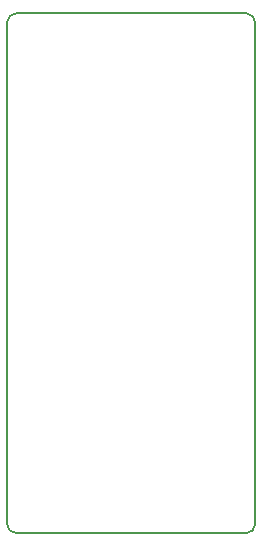
<source format=gbr>
G04 #@! TF.GenerationSoftware,KiCad,Pcbnew,5.1.4-e60b266~84~ubuntu18.04.1*
G04 #@! TF.CreationDate,2019-09-28T16:56:38-06:00*
G04 #@! TF.ProjectId,rfboard,7266626f-6172-4642-9e6b-696361645f70,rev?*
G04 #@! TF.SameCoordinates,Original*
G04 #@! TF.FileFunction,Profile,NP*
%FSLAX46Y46*%
G04 Gerber Fmt 4.6, Leading zero omitted, Abs format (unit mm)*
G04 Created by KiCad (PCBNEW 5.1.4-e60b266~84~ubuntu18.04.1) date 2019-09-28 16:56:38*
%MOMM*%
%LPD*%
G04 APERTURE LIST*
%ADD10C,0.150000*%
G04 APERTURE END LIST*
D10*
X121250000Y-93000000D02*
G75*
G02X122000000Y-93750000I0J-750000D01*
G01*
X101000000Y-93750000D02*
G75*
G02X101750000Y-93000000I750000J0D01*
G01*
X101750000Y-137000000D02*
G75*
G02X101000000Y-136250000I0J750000D01*
G01*
X122000000Y-136250000D02*
G75*
G02X121250000Y-137000000I-750000J0D01*
G01*
X101750000Y-137000000D02*
X121250000Y-137000000D01*
X101000000Y-93750000D02*
X101000000Y-136250000D01*
X121250000Y-93000000D02*
X101750000Y-93000000D01*
X122000000Y-136250000D02*
X122000000Y-93750000D01*
M02*

</source>
